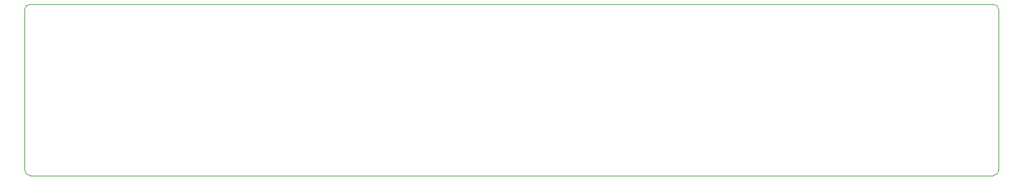
<source format=gm1>
G04*
G04 #@! TF.GenerationSoftware,Altium Limited,Altium Designer,22.3.1 (43)*
G04*
G04 Layer_Color=16711935*
%FSLAX25Y25*%
%MOIN*%
G70*
G04*
G04 #@! TF.SameCoordinates,E818B628-65F0-44BA-8D72-483C3118F3C7*
G04*
G04*
G04 #@! TF.FilePolarity,Positive*
G04*
G01*
G75*
%ADD35C,0.00252*%
D35*
X63194Y281722D02*
G03*
X66193Y278722I3000J-0D01*
G01*
X591211Y278722D02*
G03*
X594211Y281722I0J3000D01*
G01*
X594211Y369278D02*
G03*
X591211Y372278I-3000J0D01*
G01*
X66193Y372278D02*
G03*
X63194Y369278I0J-3000D01*
G01*
X66193Y278722D02*
X591211Y278722D01*
X594211Y369278D02*
X594211Y281722D01*
X66193Y372278D02*
X591211Y372278D01*
X63194Y281722D02*
Y369278D01*
M02*

</source>
